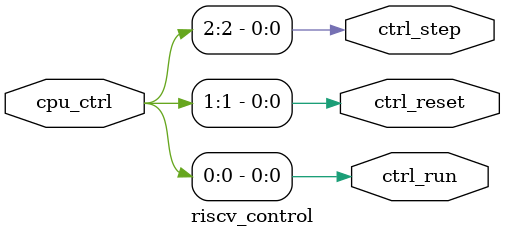
<source format=v>

module riscv_control (
    input  wire [31:0] cpu_ctrl,
    
    output wire        ctrl_run,
    output wire        ctrl_reset,
    output wire        ctrl_step
);

    // CPU control bits
    localparam CTRL_RUN    = 0;
    localparam CTRL_RESET  = 1;
    localparam CTRL_STEP   = 2;
    
    // Extract control signals
    assign ctrl_run   = cpu_ctrl[CTRL_RUN];
    assign ctrl_reset = cpu_ctrl[CTRL_RESET];
    assign ctrl_step  = cpu_ctrl[CTRL_STEP];

endmodule
</source>
